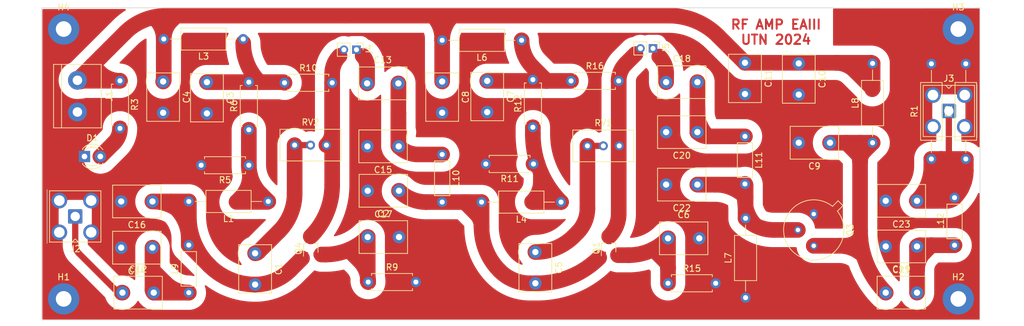
<source format=kicad_pcb>
(kicad_pcb (version 20221018) (generator pcbnew)
  (layers (0 "F.Cu" signal) (31 "B.Cu" signal) (34 "B.Paste" user) (35 "F.Paste" user) (36 "B.SilkS" user "B.Silkscreen") (37 "F.SilkS" user "F.Silkscreen") (38 "B.Mask" user) (39 "F.Mask" user) (44 "Edge.Cuts" user))
  (net 0 "")
  (net 1 "Net-(C1-Pad1)")
  (net 2 "BFR182_in")
  (net 3 "Net-(Q1-E)")
  (net 4 "GND")
  (net 5 "Net-(C3-Pad1)")
  (net 6 "+12V")
  (net 7 "Net-(C5-Pad1)")
  (net 8 "Net-(Q4-E)")
  (net 9 "BFR106_in")
  (net 10 "Net-(C7-Pad1)")
  (net 11 "2N3866_out")
  (net 12 "input")
  (net 13 "Net-(C12-Pad2)")
  (net 14 "BFR182_out")
  (net 15 "Net-(C13-Pad2)")
  (net 16 "BFR106_out")
  (net 17 "Net-(C18-Pad2)")
  (net 18 "Net-(C19-Pad2)")
  (net 19 "2N3866_in")
  (net 20 "Output")
  (net 21 "Net-(L1-Pad1)")
  (net 22 "Net-(L4-Pad1)")
  (net 23 "Net-(D1-A)")
  (net 24 "Net-(J4-Pin_1)")
  (net 25 "Net-(J5-Pin_1)")
  (footprint "Capacitor_THT:C_Disc_D7.5mm_W5.0mm_P5.00mm" (layer "F.Cu") (at 70.4 76)
    (fp_text reference "C12" (at 2.5 -3.75) (layer "F.SilkS"))
    (fp_text value "C")
    (pad "1" thru_hole circle (at 0 0) (size 2 2) (drill 1) (layers "*.Cu" "*.Mask") (net 12 "input"))
    (pad "2" thru_hole circle (at 5 0) (size 2 2) (drill 1) (layers "*.Cu" "*.Mask") (net 13 "Net-(C12-Pad2)"))
  )
  (footprint "Capacitor_THT:C_Disc_D7.5mm_W5.0mm_P5.00mm" (layer "F.Cu") (at 178.5 39.3 -90)
    (fp_text reference "C10" (at 2.5 -3.75 90) (layer "F.SilkS"))
    (fp_text value "C")
    (pad "1" thru_hole circle (at 0 0 270) (size 2 2) (drill 1) (layers "*.Cu" "*.Mask") (net 6 "+12V"))
    (pad "2" thru_hole circle (at 5 0 270) (size 2 2) (drill 1) (layers "*.Cu" "*.Mask") (net 4 "GND"))
  )
  (footprint "Capacitor_THT:C_Disc_D7.5mm_W5.0mm_P5.00mm" (layer "F.Cu") (at 183.5 52 180)
    (fp_text reference "C9" (at 2.5 -3.75) (layer "F.SilkS"))
    (fp_text value "C")
    (pad "1" thru_hole circle (at 0 0 180) (size 2 2) (drill 1) (layers "*.Cu" "*.Mask") (net 11 "2N3866_out"))
    (pad "2" thru_hole circle (at 5 0 180) (size 2 2) (drill 1) (layers "*.Cu" "*.Mask") (net 4 "GND"))
  )
  (footprint "LED_THT:LED_D3.0mm" (layer "F.Cu") (at 64.325 54.2)
    (fp_text reference "D1" (at 1.27 -2.96) (layer "F.SilkS"))
    (fp_text value "LED")
    (pad "1" thru_hole rect (at 0 0) (size 1.8 1.8) (drill 0.9) (layers "*.Cu" "*.Mask") (net 4 "GND"))
    (pad "2" thru_hole circle (at 2.54 0) (size 1.8 1.8) (drill 0.9) (layers "*.Cu" "*.Mask") (net 23 "Net-(D1-A)"))
  )
  (footprint "TerminalBlock:TerminalBlock_bornier-2_P5.08mm" (layer "F.Cu") (at 63.2 42 -90)
    (fp_text reference "J1" (at 2.54 -5.08 -270) (layer "F.SilkS"))
    (fp_text value "Con_power")
    (pad "1" thru_hole circle (at 0 0 270) (size 3 3) (drill 1.52) (layers "*.Cu" "*.Mask") (net 6 "+12V"))
    (pad "2" thru_hole circle (at 5.08 0 270) (size 3 3) (drill 1.52) (layers "*.Cu" "*.Mask") (net 4 "GND"))
  )
  (footprint "Capacitor_THT:C_Disc_D7.5mm_W5.0mm_P5.00mm" (layer "F.Cu") (at 121.5 42.2 -90)
    (fp_text reference "C8" (at 2.5 -3.75 90) (layer "F.SilkS"))
    (fp_text value "C")
    (pad "1" thru_hole circle (at 0 0 270) (size 2 2) (drill 1) (layers "*.Cu" "*.Mask") (net 6 "+12V"))
    (pad "2" thru_hole circle (at 5 0 270) (size 2 2) (drill 1) (layers "*.Cu" "*.Mask") (net 4 "GND"))
  )
  (footprint "Connector_Coaxial:SMA_Amphenol_901-143_Horizontal" (layer "F.Cu") (at 62.85 63.8 90)
    (fp_text reference "J2" (at -5.2 0) (layer "F.SilkS"))
    (fp_text value "Con_signal")
    (fp_line (start 4.3 -4.5) (end -4.3 -4.5) (stroke (width 0.1)) (layer "Edge.Cuts"))
    (pad "1" thru_hole roundrect (at 0 0 90) (size 2.3 2.3) (drill 1.5) (layers "*.Cu" "*.Mask") (roundrect_rratio 0.087) (net 12 "input"))
    (pad "2" thru_hole circle (at -2.54 -2.54 90) (size 2.5 2.5) (drill 1.7) (layers "*.Cu" "*.Mask") (net 4 "GND"))
    (pad "2" thru_hole circle (at -2.54 2.54 90) (size 2.5 2.5) (drill 1.7) (layers "*.Cu" "*.Mask") (net 4 "GND"))
    (pad "2" thru_hole circle (at 2.54 -2.54 90) (size 2.5 2.5) (drill 1.7) (layers "*.Cu" "*.Mask") (net 4 "GND"))
    (pad "2" thru_hole circle (at 2.54 2.54 90) (size 2.5 2.5) (drill 1.7) (layers "*.Cu" "*.Mask") (net 4 "GND"))
  )
  (footprint "Capacitor_THT:C_Disc_D7.5mm_W5.0mm_P5.00mm" (layer "F.Cu") (at 128.7 42.1 -90)
    (fp_text reference "C7" (at 2.5 -3.75 90) (layer "F.SilkS"))
    (fp_text value "C")
    (pad "1" thru_hole circle (at 0 0 270) (size 2 2) (drill 1) (layers "*.Cu" "*.Mask") (net 10 "Net-(C7-Pad1)"))
    (pad "2" thru_hole circle (at 5 0 270) (size 2 2) (drill 1) (layers "*.Cu" "*.Mask") (net 4 "GND"))
  )
  (footprint "Resistor_THT:R_Axial_DIN0309_L9.0mm_D3.2mm_P15.24mm_Horizontal" (layer "F.Cu") (at 199.7 54.6 90)
    (fp_text reference "R1" (at 7.62 -2.72 90) (layer "F.SilkS"))
    (fp_text value "R")
    (pad "1" thru_hole circle (at 0 0 90) (size 1.6 1.6) (drill 0.8) (layers "*.Cu" "*.Mask") (net 20 "Output"))
    (pad "2" thru_hole oval (at 15.24 0 90) (size 1.6 1.6) (drill 0.8) (layers "*.Cu" "*.Mask") (net 4 "GND"))
  )
  (footprint "MountingHole:MountingHole_2.5mm_Pad" (layer "F.Cu") (at 204 33.8)
    (fp_text reference "H3" (at 0 -3.5) (layer "F.SilkS"))
    (fp_text value "MountingHole_Pad")
    (pad "1" thru_hole circle (at 0 0) (size 5 5) (drill 2.5) (layers "*.Cu" "*.Mask") (net 4 "GND"))
  )
  (footprint "Resistor_THT:R_Axial_DIN0309_L9.0mm_D3.2mm_P15.24mm_Horizontal" (layer "F.Cu") (at 205.2 54.6 90)
    (fp_text reference "R2" (at 7.62 -2.72 90) (layer "F.SilkS"))
    (fp_text value "R")
    (pad "1" thru_hole circle (at 0 0 90) (size 1.6 1.6) (drill 0.8) (layers "*.Cu" "*.Mask") (net 20 "Output"))
    (pad "2" thru_hole oval (at 15.24 0 90) (size 1.6 1.6) (drill 0.8) (layers "*.Cu" "*.Mask") (net 4 "GND"))
  )
  (footprint "Package_TO_SOT_THT:TO-39-3" (layer "F.Cu") (at 180.9 63.42 -90)
    (fp_text reference "Q3" (at 2.54 -5.82 90) (layer "F.SilkS"))
    (fp_text value "2N2219")
    (pad "1" thru_hole oval (at 0 0 270) (size 1.6 1.2) (drill 0.7) (layers "*.Cu" "*.Mask") (net 4 "GND"))
    (pad "2" thru_hole oval (at 2.54 2.54 270) (size 1.2 1.2) (drill 0.7) (layers "*.Cu" "*.Mask") (net 19 "2N3866_in"))
    (pad "3" thru_hole oval (at 5.08 0 270) (size 1.2 1.2) (drill 0.7) (layers "*.Cu" "*.Mask") (net 11 "2N3866_out"))
  )
  (footprint "Capacitor_THT:C_Disc_D7.5mm_W5.0mm_P5.00mm" (layer "F.Cu") (at 162.3 58.7 180)
    (fp_text reference "C22" (at 2.5 -3.75) (layer "F.SilkS"))
    (fp_text value "C")
    (pad "1" thru_hole circle (at 0 0 180) (size 2 2) (drill 1) (layers "*.Cu" "*.Mask") (net 19 "2N3866_in"))
    (pad "2" thru_hole circle (at 5 0 180) (size 2 2) (drill 1) (layers "*.Cu" "*.Mask") (net 4 "GND"))
  )
  (footprint "Capacitor_THT:C_Disc_D7.5mm_W5.0mm_P5.00mm" (layer "F.Cu") (at 91.6 69.7 -90)
    (fp_text reference "C1" (at 2.5 -3.75 -270) (layer "F.SilkS"))
    (fp_text value "C")
    (pad "1" thru_hole circle (at 0 0 270) (size 2 2) (drill 1) (layers "*.Cu" "*.Mask") (net 1 "Net-(C1-Pad1)"))
    (pad "2" thru_hole circle (at 5 0 270) (size 2 2) (drill 1) (layers "*.Cu" "*.Mask") (net 2 "BFR182_in"))
  )
  (footprint "Capacitor_THT:C_Disc_D7.5mm_W5.0mm_P5.00mm" (layer "F.Cu") (at 192.4 76)
    (fp_text reference "C19" (at 2.5 -3.75) (layer "F.SilkS"))
    (fp_text value "C")
    (pad "1" thru_hole circle (at 0 0) (size 2 2) (drill 1) (layers "*.Cu" "*.Mask") (net 11 "2N3866_out"))
    (pad "2" thru_hole circle (at 5 0) (size 2 2) (drill 1) (layers "*.Cu" "*.Mask") (net 18 "Net-(C19-Pad2)"))
  )
  (footprint "Potentiometer_THT:Potentiometer_Bourns_3296W_Vertical" (layer "F.Cu") (at 149.8 52.5)
    (fp_text reference "RV1" (at -2.54 -3.66) (layer "F.SilkS"))
    (fp_text value "pot")
    (pad "1" thru_hole circle (at 0 0) (size 1.44 1.44) (drill 0.8) (layers "*.Cu" "*.Mask") (net 16 "BFR106_out"))
    (pad "2" thru_hole circle (at -2.54 0) (size 1.44 1.44) (drill 0.8) (layers "*.Cu" "*.Mask") (net 7 "Net-(C5-Pad1)"))
    (pad "3" thru_hole circle (at -5.08 0) (size 1.44 1.44) (drill 0.8) (layers "*.Cu" "*.Mask") (net 7 "Net-(C5-Pad1)"))
  )
  (footprint "Capacitor_THT:C_Disc_D7.5mm_W5.0mm_P5.00mm" (layer "F.Cu") (at 169.9 39.2 -90)
    (fp_text reference "C11" (at 2.5 -3.75 90) (layer "F.SilkS"))
    (fp_text value "C")
    (pad "1" thru_hole circle (at 0 0 270) (size 2 2) (drill 1) (layers "*.Cu" "*.Mask") (net 6 "+12V"))
    (pad "2" thru_hole circle (at 5 0 270) (size 2 2) (drill 1) (layers "*.Cu" "*.Mask") (net 4 "GND"))
  )
  (footprint "Inductor_THT:L_Axial_L5.3mm_D2.2mm_P7.62mm_Horizontal_Vishay_IM-1" (layer "F.Cu") (at 121.5 53.88 -90)
    (fp_text reference "L10" (at 3.81 -2.22 90) (layer "F.SilkS"))
    (fp_text value "L")
    (pad "1" thru_hole circle (at 0 0 270) (size 1.6 1.6) (drill 0.8) (layers "*.Cu" "*.Mask") (net 15 "Net-(C13-Pad2)"))
    (pad "2" thru_hole oval (at 7.62 0 270) (size 1.6 1.6) (drill 0.8) (layers "*.Cu" "*.Mask") (net 9 "BFR106_in"))
  )
  (footprint "Inductor_THT:L_Axial_L7.0mm_D3.3mm_P12.70mm_Horizontal_Fastron_MICC" (layer "F.Cu") (at 140.5 61.5 180)
    (fp_text reference "L4" (at 6.35 -2.77 180) (layer "F.SilkS"))
    (fp_text value "L")
    (pad "1" thru_hole circle (at 0 0 180) (size 1.6 1.6) (drill 0.8) (layers "*.Cu" "*.Mask") (net 22 "Net-(L4-Pad1)"))
    (pad "2" thru_hole oval (at 12.7 0 180) (size 1.6 1.6) (drill 0.8) (layers "*.Cu" "*.Mask") (net 9 "BFR106_in"))
  )
  (footprint "Package_TO_SOT_SMD:SOT-323_SC-70" (layer "F.Cu") (at 148.1 68.8 90)
    (fp_text reference "Q1" (at -0.05 -1.95 90) (layer "F.SilkS"))
    (fp_text value "BFR106")
    (pad "1" smd rect (at -1 -0.65) (size 0.45 0.7) (layers "F.Cu" "F.Paste" "F.Mask") (net 9 "BFR106_in"))
    (pad "2" smd rect (at -1 0.65) (size 0.45 0.7) (layers "F.Cu" "F.Paste" "F.Mask") (net 3 "Net-(Q1-E)"))
    (pad "3" smd rect (at 1 0) (size 0.45 0.7) (layers "F.Cu" "F.Paste" "F.Mask") (net 16 "BFR106_out"))
  )
  (footprint "Capacitor_THT:C_Disc_D7.5mm_W5.0mm_P5.00mm" (layer "F.Cu") (at 75.2 61.4 180)
    (fp_text reference "C16" (at 2.5 -3.75 180) (layer "F.SilkS"))
    (fp_text value "C")
    (pad "1" thru_hole circle (at 0 0 180) (size 2 2) (drill 1) (layers "*.Cu" "*.Mask") (net 2 "BFR182_in"))
    (pad "2" thru_hole circle (at 5 0 180) (size 2 2) (drill 1) (layers "*.Cu" "*.Mask") (net 4 "GND"))
  )
  (footprint "Resistor_THT:R_Axial_DIN0207_L6.3mm_D2.5mm_P7.62mm_Horizontal" (layer "F.Cu") (at 90.6 49.92 90)
    (fp_text reference "R6" (at 3.81 -2.37 90) (layer "F.SilkS"))
    (fp_text value "R")
    (pad "1" thru_hole circle (at 0 0 90) (size 1.6 1.6) (drill 0.8) (layers "*.Cu" "*.Mask") (net 21 "Net-(L1-Pad1)"))
    (pad "2" thru_hole oval (at 7.62 0 90) (size 1.6 1.6) (drill 0.8) (layers "*.Cu" "*.Mask") (net 5 "Net-(C3-Pad1)"))
  )
  (footprint "Connector_PinHeader_2.00mm:PinHeader_1x02_P2.00mm_Vertical" (layer "F.Cu") (at 107.8 37.1 -90)
    (fp_text reference "J4" (at 0 -2.06 90) (layer "F.SilkS"))
    (fp_text value "E1")
    (pad "1" thru_hole rect (at 0 0 270) (size 1.35 1.35) (drill 0.8) (layers "*.Cu" "*.Mask") (net 24 "Net-(J4-Pin_1)"))
    (pad "2" thru_hole oval (at 0 2 270) (size 1.35 1.35) (drill 0.8) (layers "*.Cu" "*.Mask") (net 14 "BFR182_out"))
  )
  (footprint "Inductor_THT:L_Axial_L7.0mm_D3.3mm_P12.70mm_Horizontal_Fastron_MICC" (layer "F.Cu") (at 170 76.8 90)
    (fp_text reference "L7" (at 6.35 -2.77 90) (layer "F.SilkS"))
    (fp_text value "L")
    (pad "1" thru_hole circle (at 0 0 90) (size 1.6 1.6) (drill 0.8) (layers "*.Cu" "*.Mask") (net 4 "GND"))
    (pad "2" thru_hole oval (at 12.7 0 90) (size 1.6 1.6) (drill 0.8) (layers "*.Cu" "*.Mask") (net 19 "2N3866_in"))
  )
  (footprint "Inductor_THT:L_Axial_L7.0mm_D3.3mm_P12.70mm_Horizontal_Fastron_MICC" (layer "F.Cu") (at 93.7 61.4 180)
    (fp_text reference "L1" (at 6.35 -2.77 180) (layer "F.SilkS"))
    (fp_text value "L")
    (pad "1" thru_hole circle (at 0 0 180) (size 1.6 1.6) (drill 0.8) (layers "*.Cu" "*.Mask") (net 21 "Net-(L1-Pad1)"))
    (pad "2" thru_hole oval (at 12.7 0 180) (size 1.6 1.6) (drill 0.8) (layers "*.Cu" "*.Mask") (net 2 "BFR182_in"))
  )
  (footprint "Capacitor_THT:C_Disc_D7.5mm_W5.0mm_P5.00mm" (layer "F.Cu") (at 83.9 42.3 -90)
    (fp_text reference "C3" (at 2.5 -3.75 90) (layer "F.SilkS"))
    (fp_text value "C")
    (pad "1" thru_hole circle (at 0 0 270) (size 2 2) (drill 1) (layers "*.Cu" "*.Mask") (net 5 "Net-(C3-Pad1)"))
    (pad "2" thru_hole circle (at 5 0 270) (size 2 2) (drill 1) (layers "*.Cu" "*.Mask") (net 4 "GND"))
  )
  (footprint "Capacitor_THT:C_Disc_D7.5mm_W5.0mm_P5.00mm" (layer "F.Cu") (at 136.4 69.5 -90)
    (fp_text reference "C5" (at 2.5 -3.75 -270) (layer "F.SilkS"))
    (fp_text value "C")
    (pad "1" thru_hole circle (at 0 0 270) (size 2 2) (drill 1) (layers "*.Cu" "*.Mask") (net 7 "Net-(C5-Pad1)"))
    (pad "2" thru_hole circle (at 5 0 270) (size 2 2) (drill 1) (layers "*.Cu" "*.Mask") (net 9 "BFR106_in"))
  )
  (footprint "Capacitor_THT:C_Disc_D7.5mm_W5.0mm_P5.00mm" (layer "F.Cu") (at 157.6 67.3)
    (fp_text reference "C6" (at 2.5 -3.75) (layer "F.SilkS"))
    (fp_text value "C")
    (pad "1" thru_hole circle (at 0 0) (size 2 2) (drill 1) (layers "*.Cu" "*.Mask") (net 3 "Net-(Q1-E)"))
    (pad "2" thru_hole circle (at 5 0) (size 2 2) (drill 1) (layers "*.Cu" "*.Mask") (net 4 "GND"))
  )
  (footprint "Capacitor_THT:C_Disc_D7.5mm_W5.0mm_P5.00mm" (layer "F.Cu") (at 76.9 42.2 -90)
    (fp_text reference "C4" (at 2.5 -3.75 90) (layer "F.SilkS"))
    (fp_text value "C")
    (pad "1" thru_hole circle (at 0 0 270) (size 2 2) (drill 1) (layers "*.Cu" "*.Mask") (net 6 "+12V"))
    (pad "2" thru_hole circle (at 5 0 270) (size 2 2) (drill 1) (layers "*.Cu" "*.Mask") (net 4 "GND"))
  )
  (footprint "Package_TO_SOT_SMD:SOT-323_SC-70" (layer "F.Cu") (at 100.5 68.88 90)
    (fp_text reference "Q4" (at -0.05 -1.95 90) (layer "F.SilkS"))
    (fp_text value "BFR182")
    (pad "1" smd rect (at -1 -0.65) (size 0.45 0.7) (layers "F.Cu" "F.Paste" "F.Mask") (net 2 "BFR182_in"))
    (pad "2" smd rect (at -1 0.65) (size 0.45 0.7) (layers "F.Cu" "F.Paste" "F.Mask") (net 8 "Net-(Q4-E)"))
    (pad "3" smd rect (at 1 0) (size 0.45 0.7) (layers "F.Cu" "F.Paste" "F.Mask") (net 14 "BFR182_out"))
  )
  (footprint "Potentiometer_THT:Potentiometer_Bourns_3296W_Vertical" (layer "F.Cu") (at 103 52.38)
    (fp_text reference "RV2" (at -2.54 -3.66) (layer "F.SilkS"))
    (fp_text value "pot")
    (pad "1" thru_hole circle (at 0 0) (size 1.44 1.44) (drill 0.8) (layers "*.Cu" "*.Mask") (net 14 "BFR182_out"))
    (pad "2" thru_hole circle (at -2.54 0) (size 1.44 1.44) (drill 0.8) (layers "*.Cu" "*.Mask") (net 1 "Net-(C1-Pad1)"))
    (pad "3" thru_hole circle (at -5.08 0) (size 1.44 1.44) (drill 0.8) (layers "*.Cu" "*.Mask") (net 1 "Net-(C1-Pad1)"))
  )
  (footprint "MountingHole:MountingHole_2.5mm_Pad" (layer "F.Cu") (at 61 77)
    (fp_text reference "H1" (at 0 -3.5) (layer "F.SilkS"))
    (fp_text value "MountingHole_Pad")
    (pad "1" thru_hole circle (at 0 0) (size 5 5) (drill 2.5) (layers "*.Cu" "*.Mask") (net 4 "GND"))
  )
  (footprint "Resistor_THT:R_Axial_DIN0207_L6.3mm_D2.5mm_P7.62mm_Horizontal" (layer "F.Cu") (at 96.3 42.4)
    (fp_text reference "R10" (at 3.81 -2.37) (layer "F.SilkS"))
    (fp_text value "R")
    (pad "1" thru_hole circle (at 0 0) (size 1.6 1.6) (drill 0.8) (layers "*.Cu" "*.Mask") (net 5 "Net-(C3-Pad1)"))
    (pad "2" thru_hole oval (at 7.62 0) (size 1.6 1.6) (drill 0.8) (layers "*.Cu" "*.Mask") (net 14 "BFR182_out"))
  )
  (footprint "MountingHole:MountingHole_2.5mm_Pad" (layer "F.Cu") (at 61 33.8)
    (fp_text reference "H4" (at 0 -3.5) (layer "F.SilkS"))
    (fp_text value "MountingHole_Pad")
    (pad "1" thru_hole circle (at 0 0) (size 5 5) (drill 2.5) (layers "*.Cu" "*.Mask") (net 4 "GND"))
  )
  (footprint "Capacitor_THT:C_Disc_D7.5mm_W5.0mm_P5.00mm" (layer "F.Cu") (at 75.2 68.8 180)
    (fp_text reference "C14" (at 2.5 -3.75 180) (layer "F.SilkS"))
    (fp_text value "C")
    (pad "1" thru_hole circle (at 0 0 180) (size 2 2) (drill 1) (layers "*.Cu" "*.Mask") (net 13 "Net-(C12-Pad2)"))
    (pad "2" thru_hole circle (at 5 0 180) (size 2 2) (drill 1) (layers "*.Cu" "*.Mask") (net 4 "GND"))
  )
  (footprint "Inductor_THT:L_Axial_L5.3mm_D2.2mm_P7.62mm_Horizontal_Vishay_IM-1" (layer "F.Cu") (at 203.4 68.41 90)
    (fp_text reference "L12" (at 3.81 -2.22 90) (layer "F.SilkS"))
    (fp_text value "L")
    (pad "1" thru_hole circle (at 0 0 90) (size 1.6 1.6) (drill 0.8) (layers "*.Cu" "*.Mask") (net 18 "Net-(C19-Pad2)"))
    (pad "2" thru_hole oval (at 7.62 0 90) (size 1.6 1.6) (drill 0.8) (layers "*.Cu" "*.Mask") (net 20 "Output"))
  )
  (footprint "Resistor_THT:R_Axial_DIN0207_L6.3mm_D2.5mm_P7.62mm_Horizontal" (layer "F.Cu") (at 157.6 74.5)
    (fp_text reference "R15" (at 3.81 -2.37) (layer "F.SilkS"))
    (fp_text value "R")
    (pad "1" thru_hole circle (at 0 0) (size 1.6 1.6) (drill 0.8) (layers "*.Cu" "*.Mask") (net 3 "Net-(Q1-E)"))
    (pad "2" thru_hole oval (at 7.62 0) (size 1.6 1.6) (drill 0.8) (layers "*.Cu" "*.Mask") (net 4 "GND"))
  )
  (footprint "Resistor_THT:R_Axial_DIN0207_L6.3mm_D2.5mm_P7.62mm_Horizontal" (layer "F.Cu") (at 142.1 42.1)
    (fp_text reference "R16" (at 3.81 -2.37) (layer "F.SilkS"))
    (fp_text value "R")
    (pad "1" thru_hole circle (at 0 0) (size 1.6 1.6) (drill 0.8) (layers "*.Cu" "*.Mask") (net 10 "Net-(C7-Pad1)"))
    (pad "2" thru_hole oval (at 7.62 0) (size 1.6 1.6) (drill 0.8) (layers "*.Cu" "*.Mask") (net 16 "BFR106_out"))
  )
  (footprint "Inductor_THT:L_Axial_L7.0mm_D3.3mm_P12.70mm_Horizontal_Fastron_MICC" (layer "F.Cu") (at 89.7 35.4 180)
    (fp_text reference "L3" (at 6.35 -2.77 180) (layer "F.SilkS"))
    (fp_text value "L")
    (pad "1" thru_hole circle (at 0 0 180) (size 1.6 1.6) (drill 0.8) (layers "*.Cu" "*.Mask") (net 5 "Net-(C3-Pad1)"))
    (pad "2" thru_hole oval (at 12.7 0 180) (size 1.6 1.6) (drill 0.8) (layers "*.Cu" "*.Mask") (net 6 "+12V"))
  )
  (footprint "Capacitor_THT:C_Disc_D7.5mm_W5.0mm_P5.00mm" (layer "F.Cu") (at 197.4 61.3 180)
    (fp_text reference "C23" (at 2.5 -3.75) (layer "F.SilkS"))
    (fp_text value "C")
    (pad "1" thru_hole circle (at 0 0 180) (size 2 2) (drill 1) (layers "*.Cu" "*.Mask") (net 20 "Output"))
    (pad "2" thru_hole circle (at 5 0 180) (size 2 2) (drill 1) (layers "*.Cu" "*.Mask") (net 4 "GND"))
  )
  (footprint "Capacitor_THT:C_Disc_D7.5mm_W5.0mm_P5.00mm" (layer "F.Cu") (at 114.6 59.69 180)
    (fp_text reference "C17" (at 2.5 -3.75) (layer "F.SilkS"))
    (fp_text value "C")
    (pad "1" thru_hole circle (at 0 0 180) (size 2 2) (drill 1) (layers "*.Cu" "*.Mask") (net 9 "BFR106_in"))
    (pad "2" thru_hole circle (at 5 0 180) (size 2 2) (drill 1) (layers "*.Cu" "*.Mask") (net 4 "GND"))
  )
  (footprint "Resistor_THT:R_Axial_DIN0207_L6.3mm_D2.5mm_P7.62mm_Horizontal" (layer "F.Cu") (at 136 49.52 90)
    (fp_text reference "R12" (at 3.81 -2.37 90) (layer "F.SilkS"))
    (fp_text value "R")
    (pad "1" thru_hole circle (at 0 0 90) (size 1.6 1.6) (drill 0.8) (layers "*.Cu" "*.Mask") (net 22 "Net-(L4-Pad1)"))
    (pad "2" thru_hole oval (at 7.62 0 90) (size 1.6 1.6) (drill 0.8) (layers "*.Cu" "*.Mask") (net 10 "Net-(C7-Pad1)"))
  )
  (footprint "Inductor_THT:L_Axial_L5.3mm_D2.2mm_P7.62mm_Horizontal_Vishay_IM-1" (layer "F.Cu") (at 169.9 50.98 -90)
    (fp_text reference "L11" (at 3.81 -2.22 90) (layer "F.SilkS"))
    (fp_text value "L")
    (pad "1" thru_hole circle (at 0 0 270) (size 1.6 1.6) (drill 0.8) (layers "*.Cu" "*.Mask") (net 17 "Net-(C18-Pad2)"))
    (pad "2" thru_hole oval (at 7.62 0 270) (size 1.6 1.6) (drill 0.8) (layers "*.Cu" "*.Mask") (net 19 "2N3866_in"))
  )
  (footprint "Connector_PinHeader_2.00mm:PinHeader_1x02_P2.00mm_Vertical" (layer "F.Cu") (at 155.2 36.9 -90)
    (fp_text reference "J5" (at 0 -2.06 90) (layer "F.SilkS"))
    (fp_text value "E2")
    (pad "1" thru_hole rect (at 0 0 270) (size 1.35 1.35) (drill 0.8) (layers "*.Cu" "*.Mask") (net 25 "Net-(J5-Pin_1)"))
    (pad "2" thru_hole oval (at 0 2 270) (size 1.35 1.35) (drill 0.8) (layers "*.Cu" "*.Mask") (net 16 "BFR106_out"))
  )
  (footprint "Capacitor_THT:C_Disc_D7.5mm_W5.0mm_P5.00mm" (layer "F.Cu") (at 162.3 50.3 180)
    (fp_text reference "C20" (at 2.5 -3.75) (layer "F.SilkS"))
    (fp_text value "C")
    (pad "1" thru_hole circle (at 0 0 180) (size 2 2) (drill 1) (layers "*.Cu" "*.Mask") (net 17 "Net-(C18-Pad2)"))
    (pad "2" thru_hole circle (at 5 0 180) (size 2 2) (drill 1) (layers "*.Cu" "*.Mask") (net 4 "GND"))
  )
  (footprint "MountingHole:MountingHole_2.5mm_Pad" (layer "F.Cu") (at 204 77)
    (fp_text reference "H2" (at 0 -3.5) (layer "F.SilkS"))
    (fp_text value "MountingHole_Pad")
    (pad "1" thru_hole circle (at 0 0) (size 5 5) (drill 2.5) (layers "*.Cu" "*.Mask") (net 4 "GND"))
  )
  (footprint "Capacitor_THT:C_Disc_D7.5mm_W5.0mm_P5.00mm" (layer "F.Cu") (at 109.6 67.1)
    (fp_text reference "C2" (at 2.5 -3.75) (layer "F.SilkS"))
    (fp_text value "C")
    (pad "1" thru_hole circle (at 0 0) (size 2 2) (drill 1) (layers "*.Cu" "*.Mask") (net 8 "Net-(Q4-E)"))
    (pad "2" thru_hole circle (at 5 0) (size 2 2) (drill 1) (layers "*.Cu" "*.Mask") (net 4 "GND"))
  )
  (footprint "Capacitor_THT:C_Disc_D7.5mm_W5.0mm_P5.00mm" (layer "F.Cu") (at 197.4 68.6 180)
    (fp_text reference "C21" (at 2.5 -3.75) (layer "F.SilkS"))
    (fp_text value "C")
    (pad "1" thru_hole circle (at 0 0 180) (size 2 2) (drill 1) (layers "*.Cu" "*.Mask") (net 18 "Net-(C19-Pad2)"))
    (pad "2" thru_hole circle (at 5 0 180) (size 2 2) (drill 1) (layers "*.Cu" "*.Mask") (net 4 "GND"))
  )
  (footprint "Resistor_THT:R_Axial_DIN0207_L6.3mm_D2.5mm_P7.62mm_Horizontal" (layer "F.Cu") (at 70 42.08 -90)
    (fp_text reference "R3" (at 3.81 -2.37 90) (layer "F.SilkS"))
    (fp_text value "R")
    (pad "1" thru_hole circle (at 0 0 270) (size 1.6 1.6) (drill 0.8) (layers "*.Cu" "*.Mask") (net 6 "+12V"))
    (pad "2" thru_hole oval (at 7.62 0 270) (size 1.6 1.6) (drill 0.8) (layers "*.Cu" "*.Mask") (net 23 "Net-(D1-A)"))
  )
  (footprint "Capacitor_THT:C_Disc_D7.5mm_W5.0mm_P5.00mm" (layer "F.Cu") (at 114.554 52.578 180)
    (fp_text reference "C15" (at 2.5 -3.75) (layer "F.SilkS"))
    (fp_text value "C")
    (pad "1" thru_hole circle (at 0 0 180) (size 2 2) (drill 1) (layers "*.Cu" "*.Mask") (net 15 "Net-(C13-Pad2)"))
    (pad "2" thru_hole circle (at 5 0 180) (size 2 2) (drill 1) (layers "*.Cu" "*.Mask") (net 4 "GND"))
  )
  (footprint "Inductor_THT:L_Axial_L7.0mm_D3.3mm_P12.70mm_Horizontal_Fastron_MICC" (layer "F.Cu") (at 190.3 52 90)
    (fp_text reference "L8" (at 6.35 -2.77 90) (layer "F.SilkS"))
    (fp_text value "L")
    (pad "1" thru_hole circle (at 0 0 90) (size 1.6 1.6) (drill 0.8) (layers "*.Cu" "*.Mask") (net 11 "2N3866_out"))
    (pad "2" thru_hole oval (at 12.7 0 90) (size 1.6 1.6) (drill 0.8) (layers "*.Cu" "*.Mask") (net 6 "+12V"))
  )
  (footprint "Resistor_THT:R_Axial_DIN0207_L6.3mm_D2.5mm_P7.62mm_Horizontal" (layer "F.Cu") (at 136.1 55.4 180)
    (fp_text reference "R11" (at 3.81 -2.37) (layer "F.SilkS"))
    (fp_text value "R")
    (pad "1" thru_hole circle (at 0 0 180) (size 1.6 1.6) (drill 0.8) (layers "*.Cu" "*.Mask") (net 22 "Net-(L4-Pad1)"))
    (pad "2" thru_hole oval (at 7.62 0 180) (size 1.6 1.6) (drill 0.8) (layers "*.Cu" "*.Mask") (net 4 "GND"))
  )
  (footprint "Inductor_THT:L_Axial_L5.3mm_D2.2mm_P7.62mm_Horizontal_Vishay_IM-1" (layer "F.Cu") (at 81 76 90)
    (fp_text reference "L9" (at 3.81 -2.22 90) (layer "F.SilkS"))
    (fp_text value "L")
    (pad "1" thru_hole circle (at 0 0 90) (size 1.6 1.6) (drill 0.8) (layers "*.Cu" "*.Mask") (net 13 "Net-(C12-Pad2)"))
    (pad "2" thru_hole oval (at 7.62 0 90) (size 1.6 1.6) (drill 0.8) (layers "*.Cu" "*.Mask") (net 2 "BFR182_in"))
  )
  (footprint "Capacitor_THT:C_Disc_D7.5mm_W5.0mm_P5.00mm" (layer "F.Cu") (at 157.3 42.3)
    (fp_text reference "C18" (at 2.5 -3.75) (layer "F.SilkS"))
    (fp_text value "C")
    (pad "1" thru_hole circle (at 0 0) (size 2 2) (drill 1) (layers "*.Cu" "*.Mask") (net 25 "Net-(J5-Pin_1)"))
    (pad "2" thru_hole circle (at 5 0) (size 2 2) (drill 1) (layers "*.Cu" "*.Mask") (net 17 "Net-(C18-Pad2)"))
  )
  (footprint "Inductor_THT:L_Axial_L7.0mm_D3.3mm_P12.70mm_Horizontal_Fastron_MICC" (layer "F.Cu") (at 134.2 35.6 180)
    (fp_text reference "L6" (at 6.35 -2.77 180) (layer "F.SilkS"))
    (fp_text value "L")
    (pad "1" thru_hole circle (at 0 0 180) (size 1.6 1.6) (drill 0.8) (layers "*.Cu" "*.Mask") (net 10 "Net-(C7-Pad1)"))
    (pad "2" thru_hole oval (at 12.7 0 180) (size 1.6 1.6) (drill 0.8) (layers "*.Cu" "*.Mask") (net 6 "+12V"))
  )
  (footprint "Resistor_THT:R_Axial_DIN0207_L6.3mm_D2.5mm_P7.62mm_Horizontal" (layer "F.Cu") (at 109.68 74.3)
    (fp_text reference "R9" (at 3.81 -2.37) (layer "F.SilkS"))
    (fp_text value "R")
    (pad "1" thru_hole circle (at 0 0) (size 1.6 1.6) (drill 0.8) (layers "*.Cu" "*.Mask") (net 8 "Net-(Q4-E)"))
    (pad "2" thru_hole oval (at 7.62 0) (size 1.6 1.6) (drill 0.8) (layers "*.Cu" "*.Mask") (net 4 "GND"))
  )
  (footprint "Capacitor_THT:C_Disc_D7.5mm_W5.0mm_P5.00mm" (layer "F.Cu") (at 109.5 42.5)
    (fp_text reference "C13" (at 2.5 -3.75) (layer "F.SilkS"))
    (fp_text value "C")
    (pad "1" thru_hole circle (at 0 0) (size 2 2) (drill 1) (layers "*.Cu" "*.Mask") (net 24 "Net-(J4-Pin_1)"))
    (pad "2" thru_hole circle (at 5 0) (size 2 2) (drill 1) (layers "*.Cu" "*.Mask") (net 15 "Net-(C13-Pad2)"))
  )
  (footprint "Connector_Coaxial:SMA_Amphenol_901-143_Horizontal" (layer "F.Cu") (at 202.49 46.91 -90)
    (fp_text reference "J3" (at -5.2 0) (layer "F.SilkS"))
    (fp_text value "Con_signal")
    (fp_line (start 4.3 -4.5) (end -4.3 -4.5) (stroke (width 0.1)) (layer "Edge.Cuts"))
    (pad "1" thru_hole roundrect (at 0 0 270) (size 2.3 2.3) (drill 1.5) (layers "*.Cu" "*.Mask") (roundrect_rratio 0.087) (net 20 "Output"))
    (pad "2" thru_hole circle (at -2.54 -2.54 270) (size 2.5 2.5) (drill 1.7) (layers "*.Cu" "*.Mask") (net 4 "GND"))
    (pad "2" thru_hole circle (at -2.54 2.54 270) (size 2.5 2.5) (drill 1.7) (layers "*.Cu" "*.Mask") (net 4 "GND"))
    (pad "2" thru_hole circle (at 2.54 -2.54 270) (size 2.5 2.5) (drill 1.7) (layers "*.Cu" "*.Mask") (net 4 "GND"))
    (pad "2" thru_hole circle (at 2.54 2.54 270) (size 2.5 2.5) (drill 1.7) (layers "*.Cu" "*.Mask") (net 4 "GND"))
  )
  (footprint "Resistor_THT:R_Axial_DIN0207_L6.3mm_D2.5mm_P7.62mm_Horizontal" (layer "F.Cu") (at 90.6 55.6 180)
    (fp_text reference "R5" (at 3.81 -2.37) (layer "F.SilkS"))
    (fp_text value "R")
    (pad "1" thru_hole circle (at 0 0 180) (size 1.6 1.6) (drill 0.8) (layers "*.Cu" "*.Mask") (net 21 "Net-(L1-Pad1)"))
    (pad "2" thru_hole oval (at 7.62 0 180) (size 1.6 1.6) (drill 0.8) (layers "*.Cu" "*.Mask") (net 4 "GND"))
  )
  (gr_rect (start 57.47 30.4) (end 207.47 80.4) (stroke (width 0.1)) (fill none) (layer "Edge.Cuts"))
  (gr_text "RF AMP EAIII\nUTN 2024" (at 174.86 36.38) (layer "F.Cu") (effects (font (size 1.5 1.5) (thickness 0.3) bold) (justify bottom)))
  (segment (start 95.4 66.2) (end 92.112132 69.487868) (width 2.5) (layer "F.Cu") (net 1))
  (segment (start 100.46 52.38) (end 97.92 52.38) (width 1) (layer "F.Cu") (net 1))
  (segment (start 97.92 52.38) (end 97.92 60.116182) (width 2.5) (layer "F.Cu") (net 1))
  (arc (start 97.92 60.116182) (mid 97.265073 63.408721) (end 95.4 66.2) (width 2.5) (layer "F.Cu") (net 1))
  (arc (start 92.112132 69.487868) (mid 91.877165 69.644868) (end 91.6 69.7) (width 2.5) (layer "F.Cu") (net 1))
  (segment (start 84.293583 71.673583) (end 81 68.38) (width 2.5) (layer "F.Cu") (net 2))
  (segment (start 81 64.3) (end 81 61.4) (width 2.5) (layer "F.Cu") (net 2))
  (segment (start 75.2 61.4) (end 78.1 61.4) (width 2.5) (layer "F.Cu") (net 2))
  (segment (start 81 61.4) (end 81 63.722171) (width 2.5) (layer "F.Cu") (net 2))
  (segment (start 78.115004 61.415005) (end 78.1 61.4) (width 2.5) (layer "F.Cu") (net 2))
  (segment (start 78.1 61.4) (end 81 61.4) (width 2.5) (layer "F.Cu") (net 2))
  (segment (start 81 68.38) (end 81 67.372012) (width 2.5) (layer "F.Cu") (net 2))
  (segment (start 80.150609 63.45061) (end 81 64.3) (width 2.5) (layer "F.Cu") (net 2))
  (segment (start 81 68.38) (end 81 64.3) (width 2.5) (layer "F.Cu") (net 2))
  (segment (start 97.233453 72.366548) (end 99.1 70.5) (width 2.5) (layer "F.Cu") (net 2))
  (arc (start 75.2 61.4) (mid 77.879251 61.932936) (end 80.150609 63.45061) (width 2.5) (layer "F.Cu") (net 2))
  (arc (start 81 63.722171) (mid 81.855974 68.025444) (end 84.293583 71.673583) (width 2.5) (layer "F.Cu") (net 2))
  (arc (start 91.6 74.7) (mid 87.645796 73.91346) (end 84.293583 71.673583) (width 2.5) (layer "F.Cu") (net 2))
  (arc (start 91.6 74.7) (mid 94.648803 74.093555) (end 97.233453 72.366548) (width 2.5) (layer "F.Cu") (net 2))
  (arc (start 81 67.372012) (mid 80.476899 64.742207) (end 78.987234 62.512766) (width 2.5) (layer "F.Cu") (net 2))
  (segment (start 157.6 74.5) (end 157.6 72.1) (width 2.5) (layer "F.Cu") (net 3))
  (segment (start 157.6 67.3) (end 157.445585 67.454415) (width 2.5) (layer "F.Cu") (net 3))
  (segment (start 157.6 72.1) (end 157.6 67.3) (width 2.5) (layer "F.Cu") (net 3))
  (segment (start 157.105025 70.905026) (end 155.250347 69.050347) (width 2.5) (layer "F.Cu") (net 3))
  (segment (start 151.3 70) (end 149.6 70) (width 2.5) (layer "F.Cu") (net 3))
  (arc (start 157.445585 67.454415) (mid 154.625967 69.338424) (end 151.3 70) (width 2.5) (layer "F.Cu") (net 3))
  (arc (start 157.6 72.1) (mid 157.47136 71.453285) (end 157.105025 70.905026) (width 2.5) (layer "F.Cu") (net 3))
  (segment (start 92.3 42.3) (end 96.058579 42.3) (width 2.5) (layer "F.Cu") (net 5))
  (segment (start 88.1 42.3) (end 92.3 42.3) (width 2.5) (layer "F.Cu") (net 5))
  (segment (start 83.9 42.3) (end 88.1 42.3) (width 2.5) (layer "F.Cu") (net 5))
  (arc (start 89.7 36.023045) (mid 90.375718 39.420108) (end 92.3 42.3) (width 2.5) (layer "F.Cu") (net 5))
  (arc (start 96.058579 42.3) (mid 96.189235 42.325989) (end 96.3 42.4) (width 2.5) (layer "F.Cu") (net 5))
  (segment (start 78.237437 32.412563) (end 79 31.65) (width 2.5) (layer "F.Cu") (net 6))
  (segment (start 106.1 31.65) (end 120 31.65) (width 2.5) (layer "F.Cu") (net 6))
  (segment (start 75.655723 32.154628) (end 75.4 31.898905) (width 2.5) (layer "F.Cu") (net 6))
  (segment (start 77.35 31.65) (end 79 31.65) (width 2.5) (layer "F.Cu") (net 6))
  (segment (start 63.2 42) (end 65.6 39.6) (width 2.5) (layer "F.Cu") (net 6))
  (segment (start 65.6 39.6) (end 66.95 38.25) (width 2.5) (layer "F.Cu") (net 6))
  (segment (start 123.09099 31.759009) (end 123.2 31.65) (width 2.5) (layer "F.Cu") (net 6))
  (segment (start 79 31.65) (end 106.1 31.65) (width 2.5) (layer "F.Cu") (net 6))
  (segment (start 66.722355 40.722355) (end 65.6 39.6) (width 2.5) (layer "F.Cu") (net 6))
  (segment (start 120 31.65) (end 123.2 31.65) (width 2.5) (layer "F.Cu") (net 6))
  (segment (start 121.5 35.6) (end 121.5 35.27132) (width 2.5) (layer "F.Cu") (net 6))
  (segment (start 187.463762 40.467395) (end 190.3 43.303633) (width 2.5) (layer "F.Cu") (net 6))
  (segment (start 77 35.4) (end 77 41.958579) (width 2.5) (layer "F.Cu") (net 6))
  (segment (start 169.9 39.2) (end 184.404 39.2) (width 2.5) (layer "F.Cu") (net 6))
  (segment (start 123.2 31.65) (end 157.75 31.65) (width 2.5) (layer "F.Cu") (net 6))
  (segment (start 66.95 38.25) (end 68.35 36.85) (width 2.5) (layer "F.Cu") (net 6))
  (segment (start 68.35 36.85) (end 70.812994 34.387006) (width 2.5) (layer "F.Cu") (net 6))
  (segment (start 70 42.08) (end 63.393137 42.08) (width 2.5) (layer "F.Cu") (net 6))
  (segment (start 190.3 39.3) (end 190.3 43.303633) (width 2.5) (layer "F.Cu") (net 6))
  (segment (start 184.404 39.2) (end 190.058579 39.2) (width 2.5) (layer "F.Cu") (net 6))
  (segment (start 77.3 31.7) (end 77.35 31.65) (width 2.5) (layer "F.Cu") (net 6))
  (segment (start 165.602691 34.902691) (end 169.9 39.2) (width 2.5) (layer "F.Cu") (net 6))
  (segment (start 121.5 35.6) (end 121.5 42.2) (width 2.5) (layer "F.Cu") (net 6))
  (arc (start 184.404 39.2) (mid 186.059931 39.529385) (end 187.463762 40.467395) (width 2.5) (layer "F.Cu") (net 6))
  (arc (start 121.5 35.27132) (mid 121.110163 33.311476) (end 120 31.65) (width 2.5) (layer "F.Cu") (net 6))
  (arc (start 157.75 31.65) (mid 161.999846 32.495347) (end 165.602691 34.902691) (width 2.5) (layer "F.Cu") (net 6))
  (arc (start 70.812994 34.387006) (mid 73.789257 32.39833) (end 77.3 31.7) (width 2.5) (layer "F.Cu") (net 6))
  (arc (start 70 42.08) (mid 68.226151 41.72716) (end 66.722355 40.722355) (width 2.5) (layer "F.Cu") (net 6))
  (arc (start 63.2 42) (mid 63.421529 42.148022) (end 63.682842 42.2) (width 2.5) (layer "F.Cu") (net 6))
  (arc (start 63.393137 42.08) (mid 63.288613 42.059209) (end 63.2 42) (width 2.5) (layer "F.Cu") (net 6))
  (arc (start 77 35.4) (mid 76.650634 33.643617) (end 75.655723 32.154628) (width 2.5) (layer "F.Cu") (net 6))
  (arc (start 77 41.958579) (mid 76.974011 42.089235) (end 76.9 42.2) (width 2.5) (layer "F.Cu") (net 6))
  (arc (start 190.3 43.303633) (mid 190.285966 43.374187) (end 190.246 43.434) (width 2.5) (layer "F.Cu") (net 6))
  (arc (start 77 35.4) (mid 77.321599 33.783211) (end 78.237437 32.412563) (width 2.5) (layer "F.Cu") (net 6))
  (arc (start 121.5 35.6) (mid 121.913485 33.521271) (end 123.09099 31.759009) (width 2.5) (layer "F.Cu") (net 6))
  (arc (start 190.058579 39.2) (mid 190.189235 39.225989) (end 190.3 39.3) (width 2.5) (layer "F.Cu") (net 6))
  (segment (start 144.72 62.488975) (end 144.72 52.5) (width 2.5) (layer "F.Cu") (net 7))
  (segment (start 142.545585 66.954416) (end 143.1 66.4) (width 2.5) (layer "F.Cu") (net 7))
  (segment (start 147.26 52.5) (end 144.72 52.5) (width 1) (layer "F.Cu") (net 7))
  (arc (start 143.1 66.4) (mid 144.298976 64.605607) (end 144.72 62.488975) (width 2.5) (layer "F.Cu") (net 7))
  (arc (start 136.4 69.5) (mid 139.725966 68.838424) (end 142.545585 66.954416) (width 2.5) (layer "F.Cu") (net 7))
  (segment (start 102.840203 69.9) (end 102.2 69.9) (width 2.5) (layer "F.Cu") (net 8))
  (segment (start 109.6 67.1) (end 109.6 74.106863) (width 2.5) (layer "F.Cu") (net 8))
  (segment (start 108.251644 70.851645) (end 106.550582 69.150582) (width 2.5) (layer "F.Cu") (net 8))
  (arc (start 109.6 67.1) (mid 106.49858 69.172303) (end 102.840203 69.9) (width 2.5) (layer "F.Cu") (net 8))
  (arc (start 109.68 74.3) (mid 109.308782 72.433763) (end 108.251644 70.851645) (width 2.5) (layer "F.Cu") (net 8))
  (arc (start 109.6 74.106863) (mid 109.620791 74.211387) (end 109.68 74.3) (width 2.5) (layer "F.Cu") (net 8))
  (segment (start 136.4 74.5) (end 135.528427 74.5) (width 2.5) (layer "F.Cu") (net 9))
  (segment (start 136.4 74.5) (end 136.701725 74.5) (width 2.5) (layer "F.Cu") (net 9))
  (segment (start 125.1 61.5) (end 118.969726 61.5) (width 2.5) (layer "F.Cu") (net 9))
  (segment (start 126.881623 63.281623) (end 125.1 61.5) (width 2.5) (layer "F.Cu") (net 9))
  (segment (start 127.8 61.5) (end 125.1 61.5) (width 2.5) (layer "F.Cu") (net 9))
  (segment (start 127.8 65.498781) (end 127.8 61.5) (width 2.5) (layer "F.Cu") (net 9))
  (arc (start 136.701725 74.5) (mid 142.058632 73.434445) (end 146.6 70.4) (width 2.5) (layer "F.Cu") (net 9))
  (arc (start 130.7 72.5) (mid 128.553686 69.287814) (end 127.8 65.498781) (width 2.5) (layer "F.Cu") (net 9))
  (arc (start 118.969726 61.5) (mid 116.604848 61.029596) (end 114.6 59.69) (width 2.5) (layer "F.Cu") (net 9))
  (arc (start 127.8 65.498781) (mid 127.561322 64.298864) (end 126.881623 63.281623) (width 2.5) (layer "F.Cu") (net 9))
  (arc (start 135.528427 74.5) (mid 132.915302 73.980217) (end 130.7 72.5) (width 2.5) (layer "F.Cu") (net 9))
  (segment (start 135.967767 39.867767) (end 138.2 42.1) (width 2.5) (layer "F.Cu") (net 10))
  (segment (start 128.7 42.1) (end 138.2 42.1) (width 2.5) (layer "F.Cu") (net 10))
  (segment (start 138.2 42.1) (end 142.1 42.1) (width 2.5) (layer "F.Cu") (net 10))
  (arc (start 134.2 35.6) (mid 134.659428 37.909699) (end 135.967767 39.867767) (width 2.5) (layer "F.Cu") (net 10))
  (segment (start 180.9 68.5) (end 185.704693 68.5) (width 2.5) (layer "F.Cu") (net 11))
  (segment (start 188.3 52) (end 186.1 52) (width 2.5) (layer "F.Cu") (net 11))
  (segment (start 180.9 68.5) (end 185.020408 68.5) (width 2.5) (layer "F.Cu") (net 11))
  (segment (start 186.1 52) (end 183.5 52) (width 2.5) (layer "F.Cu") (net 11))
  (segment (start 190.3 52) (end 188.3 52) (width 2.5) (layer "F.Cu") (net 11))
  (segment (start 187.734315 53.634314) (end 186.1 52) (width 2.5) (layer "F.Cu") (net 11))
  (segment (start 188.3 55) (end 188.3 52) (width 2.5) (layer "F.Cu") (net 11))
  (segment (start 189.007107 53.292893) (end 190.3 52) (width 2.5) (layer "F.Cu") (net 11))
  (segment (start 188.3 66.101725) (end 188.3 55) (width 2.5) (layer "F.Cu") (net 11))
  (arc (start 192.4 76) (mid 189.365556 71.458634) (end 188.3 66.101725) (width 2.5) (layer "F.Cu") (net 11))
  (arc (start 188.3 55) (mid 188.152983 54.260896) (end 187.734315 53.634314) (width 2.5) (layer "F.Cu") (net 11))
  (arc (start 188.3 55) (mid 188.483771 54.07612) (end 189.007107 53.292893) (width 2.5) (layer "F.Cu") (net 11))
  (arc (start 185.704693 68.5) (mid 187.141912 68.21412) (end 188.360327 67.4) (width 2.5) (layer "F.Cu") (net 11))
  (arc (start 185.020408 68.5) (mid 187.110908 68.915826) (end 188.883149 70.1) (width 2.5) (layer "F.Cu") (net 11))
  (segment (start 62.85 63.8) (end 62.85 68.309441) (width 1) (layer "F.Cu") (net 12))
  (segment (start 63.430223 69.710223) (end 69.239167 75.519167) (width 1) (layer "F.Cu") (net 12))
  (segment (start 70.4 76) (end 70.3 76) (width 2.5) (layer "F.Cu") (net 12))
  (arc (start 69.239167 75.519167) (mid 69.771761 75.875036) (end 70.4 76) (width 1) (layer "F.Cu") (net 12))
  (arc (start 62.85 68.309441) (mid 63.000795 69.067539) (end 63.430223 69.710223) (width 1) (layer "F.Cu") (net 12))
  (segment (start 75.2 68.8) (end 75.2 72.4) (width 2.5) (layer "F.Cu") (net 13))
  (segment (start 81 76) (end 75.4 76) (width 2.5) (layer "F.Cu") (net 13))
  (segment (start 77.244365 74.444365) (end 75.2 72.4) (width 2.5) (layer "F.Cu") (net 13))
  (segment (start 75.2 72.4) (end 75.2 75.517158) (width 2.5) (layer "F.Cu") (net 13))
  (arc (start 81 76) (mid 78.967465 75.595704) (end 77.244365 74.444365) (width 2.5) (layer "F.Cu") (net 13))
  (arc (start 75.2 75.517158) (mid 75.251978 75.77847) (end 75.4 76) (width 2.5) (layer "F.Cu") (net 13))
  (segment (start 103.92 42.4) (end 103.92 50.158924) (width 2.5) (layer "F.Cu") (net 14))
  (segment (start 103.92 42.4) (end 103.92 40.948772) (width 2.5) (layer "F.Cu") (net 14))
  (segment (start 103.92 42.4) (end 103.92 58.74339) (width 2.5) (layer "F.Cu") (net 14))
  (arc (start 103.92 58.74339) (mid 103.031171 63.211835) (end 100.5 67) (width 2.5) (layer "F.Cu") (net 14))
  (arc (start 103.92 50.158924) (mid 103.6809 51.360961) (end 103 52.38) (width 2.5) (layer "F.Cu") (net 14))
  (arc (start 103.92 40.948772) (mid 104.226672 39.407028) (end 105.1 38.1) (width 2.5) (layer "F.Cu") (net 14))
  (segment (start 114.5 47.244) (end 114.5 52.447633) (width 2.5) (layer "F.Cu") (net 15))
  (segment (start 114.5 42.5) (end 114.5 47.244) (width 2.5) (layer "F.Cu") (net 15))
  (segment (start 114.5 47.244) (end 114.5 50.058579) (width 2.5) (layer "F.Cu") (net 15))
  (segment (start 117.697306 53.88) (end 121.5 53.88) (width 2.5) (layer "F.Cu") (net 15))
  (arc (start 114.5 52.447633) (mid 114.514034 52.518187) (end 114.554 52.578) (width 2.5) (layer "F.Cu") (net 15))
  (arc (start 114.5 50.058579) (mid 114.525989 50.189235) (end 114.6 50.3) (width 2.5) (layer "F.Cu") (net 15))
  (arc (start 114.554 52.578) (mid 115.996161 53.541622) (end 117.697306 53.88) (width 2.5) (layer "F.Cu") (net 15))
  (segment (start 149.72 42.1) (end 149.72 63.330396) (width 2.5) (layer "F.Cu") (net 16))
  (segment (start 150.865513 39.334487) (end 152.4 37.8) (width 2.5) (layer "F.Cu") (net 16))
  (segment (start 149.72 42.1) (end 149.72 41.787249) (width 2.5) (layer "F.Cu") (net 16))
  (arc (start 149.72 63.330396) (mid 149.324965 65.316371) (end 148.2 67) (width 2.5) (layer "F.Cu") (net 16))
  (arc (start 149.72 42.1) (mid 150.017709 40.603315) (end 150.865513 39.334487) (width 2.5) (layer "F.Cu") (net 16))
  (segment (start 162.3 42.3) (end 162.3 46.4) (width 2.5) (layer "F.Cu") (net 17))
  (segment (start 169.9 50.98) (end 163.941665 50.98) (width 2.5) (layer "F.Cu") (net 17))
  (segment (start 162.3 46.4) (end 162.3 47.016671) (width 2.5) (layer "F.Cu") (net 17))
  (segment (start 162.3 46.4) (end 162.3 50.3) (width 2.5) (layer "F.Cu") (net 17))
  (arc (start 163.941665 50.98) (mid 163.053203 50.803274) (end 162.3 50.3) (width 2.5) (layer "F.Cu") (net 17))
  (arc (start 162.541421 50.4) (mid 162.410765 50.374011) (end 162.3 50.3) (width 2.5) (layer "F.Cu") (net 17))
  (arc (start 162.3 47.016671) (mid 162.726655 49.161609) (end 163.941665 50.98) (width 2.5) (layer "F.Cu") (net 17))
  (segment (start 197.4 68.6) (end 197.4 72.4) (width 2.5) (layer "F.Cu") (net 18))
  (segment (start 203.4 68.41) (end 199.7 68.41) (width 2.5) (layer "F.Cu") (net 18))
  (segment (start 198.59501 69.514989) (end 199.7 68.41) (width 2.5) (layer "F.Cu") (net 18))
  (segment (start 199.7 68.41) (end 197.8587 68.41) (width 2.5) (layer "F.Cu") (net 18))
  (segment (start 197.4 72.4) (end 197.4 76) (width 2.5) (layer "F.Cu") (net 18))
  (arc (start 197.8587 68.41) (mid 197.610454 68.459379) (end 197.4 68.6) (width 2.5) (layer "F.Cu") (net 18))
  (arc (start 197.4 72.4) (mid 197.710573 70.838644) (end 198.59501 69.514989) (width 2.5) (layer "F.Cu") (net 18))
  (segment (start 162.3 58.7) (end 165.171573 58.7) (width 2.5) (layer "F.Cu") (net 19))
  (segment (start 162.3 58.7) (end 169.658579 58.7) (width 2.5) (layer "F.Cu") (net 19))
  (segment (start 170 60.7) (end 170 58.841421) (width 2.5) (layer "F.Cu") (net 19))
  (segment (start 178.36 65.96) (end 174.490437 65.96) (width 2.5) (layer "F.Cu") (net 19))
  (segment (start 170 64.1) (end 170 60.7) (width 2.5) (layer "F.Cu") (net 19))
  (segment (start 169.9 58.6) (end 169.9 61.114545) (width 2.5) (layer "F.Cu") (net 19))
  (arc (start 165.171573 58.7) (mid 167.784698 59.219783) (end 170 60.7) (width 2.5) (layer "F.Cu") (net 19))
  (arc (start 170 58.841421) (mid 169.974011 58.710765) (end 169.9 58.6) (width 2.5) (layer "F.Cu") (net 19))
  (arc (start 169.658579 58.7) (mid 169.789235 58.674011) (end 169.9 58.6) (width 2.5) (layer "F.Cu") (net 19))
  (arc (start 169.9 61.114545) (mid 170.348004 63.366811) (end 171.62381 65.27619) (width 2.5) (layer "F.Cu") (net 19))
  (arc (start 174.490437 65.96) (mid 172.06023 65.476602) (end 170 64.1) (width 2.5) (layer "F.Cu") (net 19))
  (segment (start 199.7 54.6) (end 199.7 55.747309) (width 2.5) (layer "F.Cu") (net 20))
  (segment (start 203 58.5) (end 204.121952 57.378048) (width 2.5) (layer "F.Cu") (net 20))
  (segment (start 200.634315 56.134315) (end 203 58.5) (width 2.5) (layer "F.Cu") (net 20))
  (segment (start 202.49 55.746097) (end 202.506319 55.762416) (width 1) (layer "F.Cu") (net 20))
  (segment (start 201.2 54.6) (end 205.2 54.6) (width 2.5) (layer "F.Cu") (net 20))
  (segment (start 199.14939 59.550609) (end 197.4 61.3) (width 2.5) (layer "F.Cu") (net 20))
  (segment (start 199.7 54.6) (end 201.2 54.6) (width 2.5) (layer "F.Cu") (net 20))
  (segment (start 197.4 61.3) (end 199.906746 61.3) (width 2.5) (layer "F.Cu") (net 20))
  (segment (start 204.121952 57.378048) (end 204.943904 58.2) (width 2.5) (layer "F.Cu") (net 20))
  (segment (start 202.49 46.91) (end 202.49 55.746097) (width 1) (layer "F.Cu") (net 20))
  (segment (start 197.4 61.3) (end 202.168752 61.3) (width 2.5) (layer "F.Cu") (net 20))
  (segment (start 204.879812 56.124228) (end 205.2 56.444416) (width 2.5) (layer "F.Cu") (net 20))
  (segment (start 202.179899 59.320101) (end 203 58.5) (width 2.5) (layer "F.Cu") (net 20))
  (segment (start 205.2 54.6) (end 205.2 56.444416) (width 2.5) (layer "F.Cu") (net 20))
  (segment (start 202.506319 55.762416) (end 204.121952 57.378048) (width 2.5) (layer "F.Cu") (net 20))
  (arc (start 201.2 54.6) (mid 203.1915 54.996134) (end 204.879812 56.124228) (width 2.5) (layer "F.Cu") (net 20))
  (arc (start 202.168752 61.3) (mid 202.835098 61.167456) (end 203.4 60.79) (width 2.5) (layer "F.Cu") (net 20))
  (arc (start 199.7 55.747309) (mid 199.10225 58.752403) (end 197.4 61.3) (width 2.5) (layer "F.Cu") (net 20))
  (arc (start 205.2 56.444416) (mid 204.732195 58.796229) (end 203.4 60.79) (width 2.5) (layer "F.Cu") (net 20))
  (arc (start 197.4 61.3) (mid 199.986863 60.785441) (end 202.179899 59.320101) (width 2.5) (layer "F.Cu") (net 20))
  (arc (start 199.7 54.6) (mid 201.218769 54.902102) (end 202.506319 55.762416) (width 2.5) (layer "F.Cu") (net 20))
  (arc (start 199.7 55.747309) (mid 200.205648 55.847889) (end 200.634315 56.134315) (width 2.5) (layer "F.Cu") (net 20))
  (arc (start 199.906746 61.3) (mid 202.353338 60.813343) (end 204.427459 59.427459) (width 2.5) (layer "F.Cu") (net 20))
  (arc (start 201.2 54.6) (mid 200.667064 57.279251) (end 199.14939 59.550609) (width 2.5) (layer "F.Cu") (net 20))
  (segment (start 93.7 61.4) (end 92.509188 60.209188) (width 2.5) (layer "F.Cu") (net 21))
  (segment (start 89.247586 60.866414) (end 88.646 61.468) (width 2.5) (layer "F.Cu") (net 21))
  (segment (start 93.535834 61.468) (end 88.646 61.468) (width 2.5) (layer "F.Cu") (net 21))
  (segment (start 90.6 49.92) (end 90.6 55.6) (width 2.5) (layer "F.Cu") (net 21))
  (arc (start 90.786975 57.15) (mid 90.386901 59.161309) (end 89.247586 60.866414) (width 2.5) (layer "F.Cu") (net 21))
  (arc (start 93.7 61.4) (mid 93.62468 61.450327) (end 93.535834 61.468) (width 2.5) (layer "F.Cu") (net 21))
  (arc (start 92.509188 60.209188) (mid 91.096182 58.094475) (end 90.6 55.6) (width 2.5) (layer "F.Cu") (net 21))
  (segment (start 137.280143 58.111898) (end 137.280143 56.775857) (width 2.5) (layer "F.Cu") (net 22))
  (segment (start 136 49.52) (end 136 50.636039) (width 2.5) (layer "F.Cu") (net 22))
  (segment (start 140.5 61.5) (end 135.967254 61.5) (width 2.5) (layer "F.Cu") (net 22))
  (segment (start 136.1 55.4) (end 136.483594 55.4) (width 2.5) (layer "F.Cu") (net 22))
  (arc (start 135.89 61.468) (mid 136.918856 59.928208) (end 137.280143 58.111898) (width 2.5) (layer "F.Cu") (net 22))
  (arc (start 136.483594 55.4) (mid 136.61425 55.374011) (end 136.725015 55.3) (width 2.5) (layer "F.Cu") (net 22))
  (arc (start 135.967254 61.5) (mid 135.925445 61.491683) (end 135.89 61.468) (width 2.5) (layer "F.Cu") (net 22))
  (arc (start 136 50.636039) (mid 137.169511 56.515572) (end 140.5 61.5) (width 2.5) (layer "F.Cu") (net 22))
  (segment (start 69.034799 52.030201) (end 66.865 54.2) (width 2.5) (layer "F.Cu") (net 23))
  (arc (start 70 49.7) (mid 69.749152 50.961096) (end 69.034799 52.030201) (width 2.5) (layer "F.Cu") (net 23))
  (segment (start 109.5 42.5) (end 109.5 39.789949) (width 2.5) (layer "F.Cu") (net 24))
  (arc (start 109.5 39.789949) (mid 109.318076 38.875355) (end 108.8 38.1) (width 2.5) (layer "F.Cu") (net 24))
  (segment (start 157.3 42.3) (end 157.3 40.855634) (width 2.5) (layer "F.Cu") (net 25))
  (arc (start 157.3 40.855634) (mid 157.01412 39.418415) (end 156.2 38.2) (width 2.5) (layer "F.Cu") (net 25))
  (zone (net 4) (net_name "GND") (layer "F.Cu") (connect_pads yes (clearance 1.5)) (min_thickness 0.25) (fill yes (thermal_gap 0.5) (thermal_bridge_width 0.5))
    (polygon (pts (xy 57.6 30.6) (xy 207.4 30.5) (xy 207.4 80.3) (xy 57.6 80.3)))
  )
)
</source>
